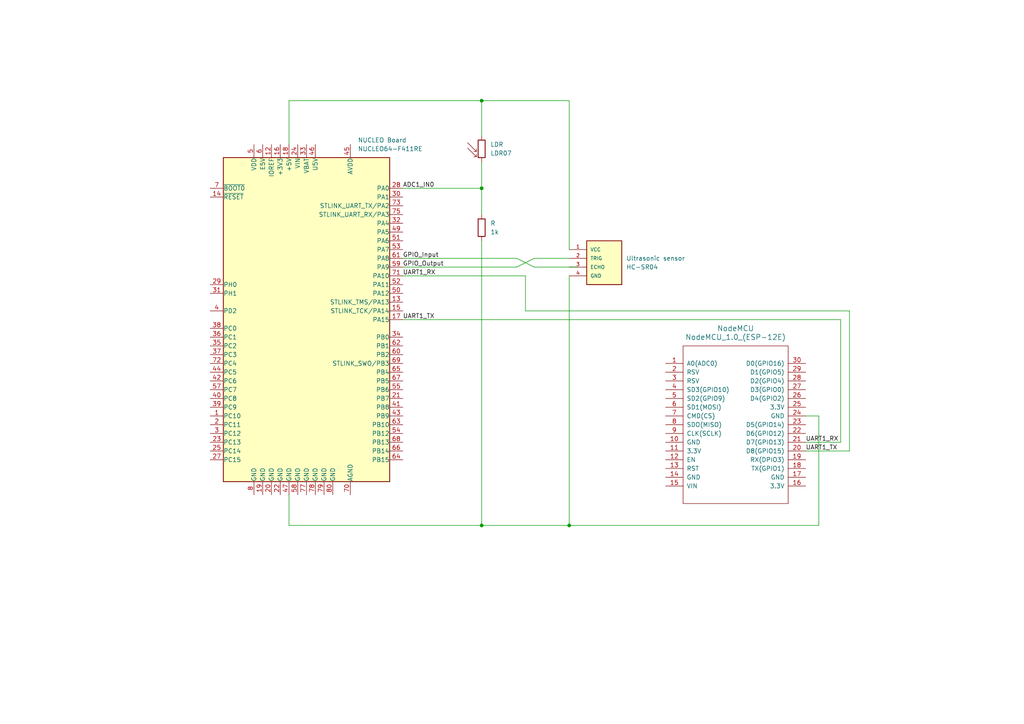
<source format=kicad_sch>
(kicad_sch
	(version 20231120)
	(generator "eeschema")
	(generator_version "8.0")
	(uuid "44350add-2061-4bb9-ad00-a5808baefdd2")
	(paper "A4")
	(title_block
		(title "Embedded Final Project")
		(date "2024-05-25")
	)
	(lib_symbols
		(symbol "Device:R"
			(pin_numbers hide)
			(pin_names
				(offset 0)
			)
			(exclude_from_sim no)
			(in_bom yes)
			(on_board yes)
			(property "Reference" "R"
				(at 2.032 0 90)
				(effects
					(font
						(size 1.27 1.27)
					)
				)
			)
			(property "Value" "R"
				(at 0 0 90)
				(effects
					(font
						(size 1.27 1.27)
					)
				)
			)
			(property "Footprint" ""
				(at -1.778 0 90)
				(effects
					(font
						(size 1.27 1.27)
					)
					(hide yes)
				)
			)
			(property "Datasheet" "~"
				(at 0 0 0)
				(effects
					(font
						(size 1.27 1.27)
					)
					(hide yes)
				)
			)
			(property "Description" "Resistor"
				(at 0 0 0)
				(effects
					(font
						(size 1.27 1.27)
					)
					(hide yes)
				)
			)
			(property "ki_keywords" "R res resistor"
				(at 0 0 0)
				(effects
					(font
						(size 1.27 1.27)
					)
					(hide yes)
				)
			)
			(property "ki_fp_filters" "R_*"
				(at 0 0 0)
				(effects
					(font
						(size 1.27 1.27)
					)
					(hide yes)
				)
			)
			(symbol "R_0_1"
				(rectangle
					(start -1.016 -2.54)
					(end 1.016 2.54)
					(stroke
						(width 0.254)
						(type default)
					)
					(fill
						(type none)
					)
				)
			)
			(symbol "R_1_1"
				(pin passive line
					(at 0 3.81 270)
					(length 1.27)
					(name "~"
						(effects
							(font
								(size 1.27 1.27)
							)
						)
					)
					(number "1"
						(effects
							(font
								(size 1.27 1.27)
							)
						)
					)
				)
				(pin passive line
					(at 0 -3.81 90)
					(length 1.27)
					(name "~"
						(effects
							(font
								(size 1.27 1.27)
							)
						)
					)
					(number "2"
						(effects
							(font
								(size 1.27 1.27)
							)
						)
					)
				)
			)
		)
		(symbol "ESP8266:NodeMCU_1.0_(ESP-12E)"
			(pin_names
				(offset 1.016)
			)
			(exclude_from_sim no)
			(in_bom yes)
			(on_board yes)
			(property "Reference" "U"
				(at 0 21.59 0)
				(effects
					(font
						(size 1.524 1.524)
					)
				)
			)
			(property "Value" "NodeMCU_1.0_(ESP-12E)"
				(at 0 -21.59 0)
				(effects
					(font
						(size 1.524 1.524)
					)
				)
			)
			(property "Footprint" ""
				(at -15.24 -21.59 0)
				(effects
					(font
						(size 1.524 1.524)
					)
				)
			)
			(property "Datasheet" ""
				(at -15.24 -21.59 0)
				(effects
					(font
						(size 1.524 1.524)
					)
				)
			)
			(property "Description" ""
				(at 0 0 0)
				(effects
					(font
						(size 1.27 1.27)
					)
					(hide yes)
				)
			)
			(symbol "NodeMCU_1.0_(ESP-12E)_0_1"
				(rectangle
					(start -15.24 -22.86)
					(end 15.24 22.86)
					(stroke
						(width 0)
						(type solid)
					)
					(fill
						(type none)
					)
				)
			)
			(symbol "NodeMCU_1.0_(ESP-12E)_1_1"
				(pin input line
					(at -20.32 17.78 0)
					(length 5.08)
					(name "A0(ADC0)"
						(effects
							(font
								(size 1.27 1.27)
							)
						)
					)
					(number "1"
						(effects
							(font
								(size 1.27 1.27)
							)
						)
					)
				)
				(pin input line
					(at -20.32 -5.08 0)
					(length 5.08)
					(name "GND"
						(effects
							(font
								(size 1.27 1.27)
							)
						)
					)
					(number "10"
						(effects
							(font
								(size 1.27 1.27)
							)
						)
					)
				)
				(pin power_out line
					(at -20.32 -7.62 0)
					(length 5.08)
					(name "3.3V"
						(effects
							(font
								(size 1.27 1.27)
							)
						)
					)
					(number "11"
						(effects
							(font
								(size 1.27 1.27)
							)
						)
					)
				)
				(pin input line
					(at -20.32 -10.16 0)
					(length 5.08)
					(name "EN"
						(effects
							(font
								(size 1.27 1.27)
							)
						)
					)
					(number "12"
						(effects
							(font
								(size 1.27 1.27)
							)
						)
					)
				)
				(pin input line
					(at -20.32 -12.7 0)
					(length 5.08)
					(name "RST"
						(effects
							(font
								(size 1.27 1.27)
							)
						)
					)
					(number "13"
						(effects
							(font
								(size 1.27 1.27)
							)
						)
					)
				)
				(pin power_in line
					(at -20.32 -15.24 0)
					(length 5.08)
					(name "GND"
						(effects
							(font
								(size 1.27 1.27)
							)
						)
					)
					(number "14"
						(effects
							(font
								(size 1.27 1.27)
							)
						)
					)
				)
				(pin power_in line
					(at -20.32 -17.78 0)
					(length 5.08)
					(name "VIN"
						(effects
							(font
								(size 1.27 1.27)
							)
						)
					)
					(number "15"
						(effects
							(font
								(size 1.27 1.27)
							)
						)
					)
				)
				(pin power_out line
					(at 20.32 -17.78 180)
					(length 5.08)
					(name "3.3V"
						(effects
							(font
								(size 1.27 1.27)
							)
						)
					)
					(number "16"
						(effects
							(font
								(size 1.27 1.27)
							)
						)
					)
				)
				(pin power_in line
					(at 20.32 -15.24 180)
					(length 5.08)
					(name "GND"
						(effects
							(font
								(size 1.27 1.27)
							)
						)
					)
					(number "17"
						(effects
							(font
								(size 1.27 1.27)
							)
						)
					)
				)
				(pin bidirectional line
					(at 20.32 -12.7 180)
					(length 5.08)
					(name "TX(GPIO1)"
						(effects
							(font
								(size 1.27 1.27)
							)
						)
					)
					(number "18"
						(effects
							(font
								(size 1.27 1.27)
							)
						)
					)
				)
				(pin bidirectional line
					(at 20.32 -10.16 180)
					(length 5.08)
					(name "RX(DPIO3)"
						(effects
							(font
								(size 1.27 1.27)
							)
						)
					)
					(number "19"
						(effects
							(font
								(size 1.27 1.27)
							)
						)
					)
				)
				(pin input line
					(at -20.32 15.24 0)
					(length 5.08)
					(name "RSV"
						(effects
							(font
								(size 1.27 1.27)
							)
						)
					)
					(number "2"
						(effects
							(font
								(size 1.27 1.27)
							)
						)
					)
				)
				(pin bidirectional line
					(at 20.32 -7.62 180)
					(length 5.08)
					(name "D8(GPIO15)"
						(effects
							(font
								(size 1.27 1.27)
							)
						)
					)
					(number "20"
						(effects
							(font
								(size 1.27 1.27)
							)
						)
					)
				)
				(pin bidirectional line
					(at 20.32 -5.08 180)
					(length 5.08)
					(name "D7(GPIO13)"
						(effects
							(font
								(size 1.27 1.27)
							)
						)
					)
					(number "21"
						(effects
							(font
								(size 1.27 1.27)
							)
						)
					)
				)
				(pin bidirectional line
					(at 20.32 -2.54 180)
					(length 5.08)
					(name "D6(GPIO12)"
						(effects
							(font
								(size 1.27 1.27)
							)
						)
					)
					(number "22"
						(effects
							(font
								(size 1.27 1.27)
							)
						)
					)
				)
				(pin bidirectional line
					(at 20.32 0 180)
					(length 5.08)
					(name "D5(GPIO14)"
						(effects
							(font
								(size 1.27 1.27)
							)
						)
					)
					(number "23"
						(effects
							(font
								(size 1.27 1.27)
							)
						)
					)
				)
				(pin power_in line
					(at 20.32 2.54 180)
					(length 5.08)
					(name "GND"
						(effects
							(font
								(size 1.27 1.27)
							)
						)
					)
					(number "24"
						(effects
							(font
								(size 1.27 1.27)
							)
						)
					)
				)
				(pin power_out line
					(at 20.32 5.08 180)
					(length 5.08)
					(name "3.3V"
						(effects
							(font
								(size 1.27 1.27)
							)
						)
					)
					(number "25"
						(effects
							(font
								(size 1.27 1.27)
							)
						)
					)
				)
				(pin bidirectional line
					(at 20.32 7.62 180)
					(length 5.08)
					(name "D4(GPIO2)"
						(effects
							(font
								(size 1.27 1.27)
							)
						)
					)
					(number "26"
						(effects
							(font
								(size 1.27 1.27)
							)
						)
					)
				)
				(pin bidirectional line
					(at 20.32 10.16 180)
					(length 5.08)
					(name "D3(GPIO0)"
						(effects
							(font
								(size 1.27 1.27)
							)
						)
					)
					(number "27"
						(effects
							(font
								(size 1.27 1.27)
							)
						)
					)
				)
				(pin bidirectional line
					(at 20.32 12.7 180)
					(length 5.08)
					(name "D2(GPIO4)"
						(effects
							(font
								(size 1.27 1.27)
							)
						)
					)
					(number "28"
						(effects
							(font
								(size 1.27 1.27)
							)
						)
					)
				)
				(pin bidirectional line
					(at 20.32 15.24 180)
					(length 5.08)
					(name "D1(GPIO5)"
						(effects
							(font
								(size 1.27 1.27)
							)
						)
					)
					(number "29"
						(effects
							(font
								(size 1.27 1.27)
							)
						)
					)
				)
				(pin input line
					(at -20.32 12.7 0)
					(length 5.08)
					(name "RSV"
						(effects
							(font
								(size 1.27 1.27)
							)
						)
					)
					(number "3"
						(effects
							(font
								(size 1.27 1.27)
							)
						)
					)
				)
				(pin bidirectional line
					(at 20.32 17.78 180)
					(length 5.08)
					(name "D0(GPIO16)"
						(effects
							(font
								(size 1.27 1.27)
							)
						)
					)
					(number "30"
						(effects
							(font
								(size 1.27 1.27)
							)
						)
					)
				)
				(pin bidirectional line
					(at -20.32 10.16 0)
					(length 5.08)
					(name "SD3(GPIO10)"
						(effects
							(font
								(size 1.27 1.27)
							)
						)
					)
					(number "4"
						(effects
							(font
								(size 1.27 1.27)
							)
						)
					)
				)
				(pin bidirectional line
					(at -20.32 7.62 0)
					(length 5.08)
					(name "SD2(GPIO9)"
						(effects
							(font
								(size 1.27 1.27)
							)
						)
					)
					(number "5"
						(effects
							(font
								(size 1.27 1.27)
							)
						)
					)
				)
				(pin bidirectional line
					(at -20.32 5.08 0)
					(length 5.08)
					(name "SD1(MOSI)"
						(effects
							(font
								(size 1.27 1.27)
							)
						)
					)
					(number "6"
						(effects
							(font
								(size 1.27 1.27)
							)
						)
					)
				)
				(pin bidirectional line
					(at -20.32 2.54 0)
					(length 5.08)
					(name "CMD(CS)"
						(effects
							(font
								(size 1.27 1.27)
							)
						)
					)
					(number "7"
						(effects
							(font
								(size 1.27 1.27)
							)
						)
					)
				)
				(pin bidirectional line
					(at -20.32 0 0)
					(length 5.08)
					(name "SDO(MISO)"
						(effects
							(font
								(size 1.27 1.27)
							)
						)
					)
					(number "8"
						(effects
							(font
								(size 1.27 1.27)
							)
						)
					)
				)
				(pin bidirectional line
					(at -20.32 -2.54 0)
					(length 5.08)
					(name "CLK(SCLK)"
						(effects
							(font
								(size 1.27 1.27)
							)
						)
					)
					(number "9"
						(effects
							(font
								(size 1.27 1.27)
							)
						)
					)
				)
			)
		)
		(symbol "HC-SR04:HC-SR04"
			(pin_names
				(offset 1.016)
			)
			(exclude_from_sim no)
			(in_bom yes)
			(on_board yes)
			(property "Reference" "U"
				(at 0 5.0813 0)
				(effects
					(font
						(size 1.27 1.27)
					)
					(justify left bottom)
				)
			)
			(property "Value" "HC-SR04"
				(at 0 -10.163 0)
				(effects
					(font
						(size 1.27 1.27)
					)
					(justify left bottom)
				)
			)
			(property "Footprint" "HC-SR04:XCVR_HC-SR04"
				(at 0 0 0)
				(effects
					(font
						(size 1.27 1.27)
					)
					(justify bottom)
					(hide yes)
				)
			)
			(property "Datasheet" ""
				(at 0 0 0)
				(effects
					(font
						(size 1.27 1.27)
					)
					(hide yes)
				)
			)
			(property "Description" ""
				(at 0 0 0)
				(effects
					(font
						(size 1.27 1.27)
					)
					(hide yes)
				)
			)
			(property "MF" "SparkFun Electronics"
				(at 0 0 0)
				(effects
					(font
						(size 1.27 1.27)
					)
					(justify bottom)
					(hide yes)
				)
			)
			(property "Description_1" "\nHC-SR04 Ultrasonic Sensor Qwiic Platform Evaluation Expansion Board\n"
				(at 0 0 0)
				(effects
					(font
						(size 1.27 1.27)
					)
					(justify bottom)
					(hide yes)
				)
			)
			(property "Package" "None"
				(at 0 0 0)
				(effects
					(font
						(size 1.27 1.27)
					)
					(justify bottom)
					(hide yes)
				)
			)
			(property "Price" "None"
				(at 0 0 0)
				(effects
					(font
						(size 1.27 1.27)
					)
					(justify bottom)
					(hide yes)
				)
			)
			(property "Check_prices" "https://www.snapeda.com/parts/HC-SR04/SparkFun+Electronics/view-part/?ref=eda"
				(at 0 0 0)
				(effects
					(font
						(size 1.27 1.27)
					)
					(justify bottom)
					(hide yes)
				)
			)
			(property "SnapEDA_Link" "https://www.snapeda.com/parts/HC-SR04/SparkFun+Electronics/view-part/?ref=snap"
				(at 0 0 0)
				(effects
					(font
						(size 1.27 1.27)
					)
					(justify bottom)
					(hide yes)
				)
			)
			(property "MP" "HC-SR04"
				(at 0 0 0)
				(effects
					(font
						(size 1.27 1.27)
					)
					(justify bottom)
					(hide yes)
				)
			)
			(property "Availability" "Not in stock"
				(at 0 0 0)
				(effects
					(font
						(size 1.27 1.27)
					)
					(justify bottom)
					(hide yes)
				)
			)
			(property "MANUFACTURER" "Osepp"
				(at 0 0 0)
				(effects
					(font
						(size 1.27 1.27)
					)
					(justify bottom)
					(hide yes)
				)
			)
			(symbol "HC-SR04_0_0"
				(rectangle
					(start 0 -7.62)
					(end 10.16 5.08)
					(stroke
						(width 0.254)
						(type default)
					)
					(fill
						(type background)
					)
				)
				(pin power_in line
					(at -5.08 2.54 0)
					(length 5.08)
					(name "VCC"
						(effects
							(font
								(size 1.016 1.016)
							)
						)
					)
					(number "1"
						(effects
							(font
								(size 1.016 1.016)
							)
						)
					)
				)
				(pin bidirectional line
					(at -5.08 0 0)
					(length 5.08)
					(name "TRIG"
						(effects
							(font
								(size 1.016 1.016)
							)
						)
					)
					(number "2"
						(effects
							(font
								(size 1.016 1.016)
							)
						)
					)
				)
				(pin bidirectional line
					(at -5.08 -2.54 0)
					(length 5.08)
					(name "ECHO"
						(effects
							(font
								(size 1.016 1.016)
							)
						)
					)
					(number "3"
						(effects
							(font
								(size 1.016 1.016)
							)
						)
					)
				)
				(pin power_in line
					(at -5.08 -5.08 0)
					(length 5.08)
					(name "GND"
						(effects
							(font
								(size 1.016 1.016)
							)
						)
					)
					(number "4"
						(effects
							(font
								(size 1.016 1.016)
							)
						)
					)
				)
			)
		)
		(symbol "NUCLEO:NUCLEO64-F411RE"
			(pin_names
				(offset 0.0254)
			)
			(exclude_from_sim no)
			(in_bom yes)
			(on_board yes)
			(property "Reference" "U"
				(at -17.78 50.165 0)
				(effects
					(font
						(size 1.27 1.27)
					)
					(justify right)
				)
			)
			(property "Value" "NUCLEO64-F411RE"
				(at -17.78 48.26 0)
				(effects
					(font
						(size 1.27 1.27)
					)
					(justify right)
				)
			)
			(property "Footprint" "Module:ST_Morpho_Connector_144_STLink"
				(at 13.97 -48.26 0)
				(effects
					(font
						(size 1.27 1.27)
					)
					(justify left)
					(hide yes)
				)
			)
			(property "Datasheet" ""
				(at -22.86 -35.56 0)
				(effects
					(font
						(size 1.27 1.27)
					)
					(hide yes)
				)
			)
			(property "Description" ""
				(at 0 0 0)
				(effects
					(font
						(size 1.27 1.27)
					)
					(hide yes)
				)
			)
			(property "ki_fp_filters" "ST*Morpho*Connector*144*STLink*"
				(at 0 0 0)
				(effects
					(font
						(size 1.27 1.27)
					)
					(hide yes)
				)
			)
			(symbol "NUCLEO64-F411RE_0_1"
				(rectangle
					(start -24.13 -46.99)
					(end 24.13 46.99)
					(stroke
						(width 0.254)
						(type solid)
					)
					(fill
						(type background)
					)
				)
			)
			(symbol "NUCLEO64-F411RE_1_1"
				(pin bidirectional line
					(at -27.94 -27.94 0)
					(length 3.81)
					(name "PC10"
						(effects
							(font
								(size 1.27 1.27)
							)
						)
					)
					(number "1"
						(effects
							(font
								(size 1.27 1.27)
							)
						)
					)
				)
				(pin no_connect line
					(at -27.94 20.32 0)
					(length 3.81) hide
					(name "NC"
						(effects
							(font
								(size 1.27 1.27)
							)
						)
					)
					(number "10"
						(effects
							(font
								(size 1.27 1.27)
							)
						)
					)
				)
				(pin no_connect line
					(at -27.94 15.24 0)
					(length 3.81) hide
					(name "NC"
						(effects
							(font
								(size 1.27 1.27)
							)
						)
					)
					(number "11"
						(effects
							(font
								(size 1.27 1.27)
							)
						)
					)
				)
				(pin power_in line
					(at -10.16 50.8 270)
					(length 3.81)
					(name "IOREF"
						(effects
							(font
								(size 1.27 1.27)
							)
						)
					)
					(number "12"
						(effects
							(font
								(size 1.27 1.27)
							)
						)
					)
				)
				(pin bidirectional line
					(at 27.94 5.08 180)
					(length 3.81)
					(name "STLINK_TMS/PA13"
						(effects
							(font
								(size 1.27 1.27)
							)
						)
					)
					(number "13"
						(effects
							(font
								(size 1.27 1.27)
							)
						)
					)
				)
				(pin input line
					(at -27.94 35.56 0)
					(length 3.81)
					(name "~{RESET}"
						(effects
							(font
								(size 1.27 1.27)
							)
						)
					)
					(number "14"
						(effects
							(font
								(size 1.27 1.27)
							)
						)
					)
				)
				(pin bidirectional line
					(at 27.94 2.54 180)
					(length 3.81)
					(name "STLINK_TCK/PA14"
						(effects
							(font
								(size 1.27 1.27)
							)
						)
					)
					(number "15"
						(effects
							(font
								(size 1.27 1.27)
							)
						)
					)
				)
				(pin power_in line
					(at -7.62 50.8 270)
					(length 3.81)
					(name "+3V3"
						(effects
							(font
								(size 1.27 1.27)
							)
						)
					)
					(number "16"
						(effects
							(font
								(size 1.27 1.27)
							)
						)
					)
				)
				(pin bidirectional line
					(at 27.94 0 180)
					(length 3.81)
					(name "PA15"
						(effects
							(font
								(size 1.27 1.27)
							)
						)
					)
					(number "17"
						(effects
							(font
								(size 1.27 1.27)
							)
						)
					)
				)
				(pin power_in line
					(at -5.08 50.8 270)
					(length 3.81)
					(name "+5V"
						(effects
							(font
								(size 1.27 1.27)
							)
						)
					)
					(number "18"
						(effects
							(font
								(size 1.27 1.27)
							)
						)
					)
				)
				(pin power_in line
					(at -12.7 -50.8 90)
					(length 3.81)
					(name "GND"
						(effects
							(font
								(size 1.27 1.27)
							)
						)
					)
					(number "19"
						(effects
							(font
								(size 1.27 1.27)
							)
						)
					)
				)
				(pin bidirectional line
					(at -27.94 -30.48 0)
					(length 3.81)
					(name "PC11"
						(effects
							(font
								(size 1.27 1.27)
							)
						)
					)
					(number "2"
						(effects
							(font
								(size 1.27 1.27)
							)
						)
					)
				)
				(pin power_in line
					(at -10.16 -50.8 90)
					(length 3.81)
					(name "GND"
						(effects
							(font
								(size 1.27 1.27)
							)
						)
					)
					(number "20"
						(effects
							(font
								(size 1.27 1.27)
							)
						)
					)
				)
				(pin bidirectional line
					(at 27.94 -22.86 180)
					(length 3.81)
					(name "PB7"
						(effects
							(font
								(size 1.27 1.27)
							)
						)
					)
					(number "21"
						(effects
							(font
								(size 1.27 1.27)
							)
						)
					)
				)
				(pin power_in line
					(at -7.62 -50.8 90)
					(length 3.81)
					(name "GND"
						(effects
							(font
								(size 1.27 1.27)
							)
						)
					)
					(number "22"
						(effects
							(font
								(size 1.27 1.27)
							)
						)
					)
				)
				(pin bidirectional line
					(at -27.94 -35.56 0)
					(length 3.81)
					(name "PC13"
						(effects
							(font
								(size 1.27 1.27)
							)
						)
					)
					(number "23"
						(effects
							(font
								(size 1.27 1.27)
							)
						)
					)
				)
				(pin power_in line
					(at -2.54 50.8 270)
					(length 3.81)
					(name "VIN"
						(effects
							(font
								(size 1.27 1.27)
							)
						)
					)
					(number "24"
						(effects
							(font
								(size 1.27 1.27)
							)
						)
					)
				)
				(pin bidirectional line
					(at -27.94 -38.1 0)
					(length 3.81)
					(name "PC14"
						(effects
							(font
								(size 1.27 1.27)
							)
						)
					)
					(number "25"
						(effects
							(font
								(size 1.27 1.27)
							)
						)
					)
				)
				(pin no_connect line
					(at -27.94 22.86 0)
					(length 3.81) hide
					(name "NC"
						(effects
							(font
								(size 1.27 1.27)
							)
						)
					)
					(number "26"
						(effects
							(font
								(size 1.27 1.27)
							)
						)
					)
				)
				(pin bidirectional line
					(at -27.94 -40.64 0)
					(length 3.81)
					(name "PC15"
						(effects
							(font
								(size 1.27 1.27)
							)
						)
					)
					(number "27"
						(effects
							(font
								(size 1.27 1.27)
							)
						)
					)
				)
				(pin bidirectional line
					(at 27.94 38.1 180)
					(length 3.81)
					(name "PA0"
						(effects
							(font
								(size 1.27 1.27)
							)
						)
					)
					(number "28"
						(effects
							(font
								(size 1.27 1.27)
							)
						)
					)
				)
				(pin bidirectional line
					(at -27.94 10.16 0)
					(length 3.81)
					(name "PH0"
						(effects
							(font
								(size 1.27 1.27)
							)
						)
					)
					(number "29"
						(effects
							(font
								(size 1.27 1.27)
							)
						)
					)
				)
				(pin bidirectional line
					(at -27.94 -33.02 0)
					(length 3.81)
					(name "PC12"
						(effects
							(font
								(size 1.27 1.27)
							)
						)
					)
					(number "3"
						(effects
							(font
								(size 1.27 1.27)
							)
						)
					)
				)
				(pin bidirectional line
					(at 27.94 35.56 180)
					(length 3.81)
					(name "PA1"
						(effects
							(font
								(size 1.27 1.27)
							)
						)
					)
					(number "30"
						(effects
							(font
								(size 1.27 1.27)
							)
						)
					)
				)
				(pin bidirectional line
					(at -27.94 7.62 0)
					(length 3.81)
					(name "PH1"
						(effects
							(font
								(size 1.27 1.27)
							)
						)
					)
					(number "31"
						(effects
							(font
								(size 1.27 1.27)
							)
						)
					)
				)
				(pin bidirectional line
					(at 27.94 27.94 180)
					(length 3.81)
					(name "PA4"
						(effects
							(font
								(size 1.27 1.27)
							)
						)
					)
					(number "32"
						(effects
							(font
								(size 1.27 1.27)
							)
						)
					)
				)
				(pin power_in line
					(at 0 50.8 270)
					(length 3.81)
					(name "VBAT"
						(effects
							(font
								(size 1.27 1.27)
							)
						)
					)
					(number "33"
						(effects
							(font
								(size 1.27 1.27)
							)
						)
					)
				)
				(pin bidirectional line
					(at 27.94 -5.08 180)
					(length 3.81)
					(name "PB0"
						(effects
							(font
								(size 1.27 1.27)
							)
						)
					)
					(number "34"
						(effects
							(font
								(size 1.27 1.27)
							)
						)
					)
				)
				(pin bidirectional line
					(at -27.94 -7.62 0)
					(length 3.81)
					(name "PC2"
						(effects
							(font
								(size 1.27 1.27)
							)
						)
					)
					(number "35"
						(effects
							(font
								(size 1.27 1.27)
							)
						)
					)
				)
				(pin bidirectional line
					(at -27.94 -5.08 0)
					(length 3.81)
					(name "PC1"
						(effects
							(font
								(size 1.27 1.27)
							)
						)
					)
					(number "36"
						(effects
							(font
								(size 1.27 1.27)
							)
						)
					)
				)
				(pin bidirectional line
					(at -27.94 -10.16 0)
					(length 3.81)
					(name "PC3"
						(effects
							(font
								(size 1.27 1.27)
							)
						)
					)
					(number "37"
						(effects
							(font
								(size 1.27 1.27)
							)
						)
					)
				)
				(pin bidirectional line
					(at -27.94 -2.54 0)
					(length 3.81)
					(name "PC0"
						(effects
							(font
								(size 1.27 1.27)
							)
						)
					)
					(number "38"
						(effects
							(font
								(size 1.27 1.27)
							)
						)
					)
				)
				(pin bidirectional line
					(at -27.94 -25.4 0)
					(length 3.81)
					(name "PC9"
						(effects
							(font
								(size 1.27 1.27)
							)
						)
					)
					(number "39"
						(effects
							(font
								(size 1.27 1.27)
							)
						)
					)
				)
				(pin bidirectional line
					(at -27.94 2.54 0)
					(length 3.81)
					(name "PD2"
						(effects
							(font
								(size 1.27 1.27)
							)
						)
					)
					(number "4"
						(effects
							(font
								(size 1.27 1.27)
							)
						)
					)
				)
				(pin bidirectional line
					(at -27.94 -22.86 0)
					(length 3.81)
					(name "PC8"
						(effects
							(font
								(size 1.27 1.27)
							)
						)
					)
					(number "40"
						(effects
							(font
								(size 1.27 1.27)
							)
						)
					)
				)
				(pin bidirectional line
					(at 27.94 -25.4 180)
					(length 3.81)
					(name "PB8"
						(effects
							(font
								(size 1.27 1.27)
							)
						)
					)
					(number "41"
						(effects
							(font
								(size 1.27 1.27)
							)
						)
					)
				)
				(pin bidirectional line
					(at -27.94 -17.78 0)
					(length 3.81)
					(name "PC6"
						(effects
							(font
								(size 1.27 1.27)
							)
						)
					)
					(number "42"
						(effects
							(font
								(size 1.27 1.27)
							)
						)
					)
				)
				(pin bidirectional line
					(at 27.94 -27.94 180)
					(length 3.81)
					(name "PB9"
						(effects
							(font
								(size 1.27 1.27)
							)
						)
					)
					(number "43"
						(effects
							(font
								(size 1.27 1.27)
							)
						)
					)
				)
				(pin bidirectional line
					(at -27.94 -15.24 0)
					(length 3.81)
					(name "PC5"
						(effects
							(font
								(size 1.27 1.27)
							)
						)
					)
					(number "44"
						(effects
							(font
								(size 1.27 1.27)
							)
						)
					)
				)
				(pin power_in line
					(at 12.7 50.8 270)
					(length 3.81)
					(name "AVDD"
						(effects
							(font
								(size 1.27 1.27)
							)
						)
					)
					(number "45"
						(effects
							(font
								(size 1.27 1.27)
							)
						)
					)
				)
				(pin power_in line
					(at 2.54 50.8 270)
					(length 3.81)
					(name "U5V"
						(effects
							(font
								(size 1.27 1.27)
							)
						)
					)
					(number "46"
						(effects
							(font
								(size 1.27 1.27)
							)
						)
					)
				)
				(pin power_in line
					(at -5.08 -50.8 90)
					(length 3.81)
					(name "GND"
						(effects
							(font
								(size 1.27 1.27)
							)
						)
					)
					(number "47"
						(effects
							(font
								(size 1.27 1.27)
							)
						)
					)
				)
				(pin no_connect line
					(at -27.94 25.4 0)
					(length 3.81) hide
					(name "NC"
						(effects
							(font
								(size 1.27 1.27)
							)
						)
					)
					(number "48"
						(effects
							(font
								(size 1.27 1.27)
							)
						)
					)
				)
				(pin bidirectional line
					(at 27.94 25.4 180)
					(length 3.81)
					(name "PA5"
						(effects
							(font
								(size 1.27 1.27)
							)
						)
					)
					(number "49"
						(effects
							(font
								(size 1.27 1.27)
							)
						)
					)
				)
				(pin power_in line
					(at -15.24 50.8 270)
					(length 3.81)
					(name "VDD"
						(effects
							(font
								(size 1.27 1.27)
							)
						)
					)
					(number "5"
						(effects
							(font
								(size 1.27 1.27)
							)
						)
					)
				)
				(pin bidirectional line
					(at 27.94 7.62 180)
					(length 3.81)
					(name "PA12"
						(effects
							(font
								(size 1.27 1.27)
							)
						)
					)
					(number "50"
						(effects
							(font
								(size 1.27 1.27)
							)
						)
					)
				)
				(pin bidirectional line
					(at 27.94 22.86 180)
					(length 3.81)
					(name "PA6"
						(effects
							(font
								(size 1.27 1.27)
							)
						)
					)
					(number "51"
						(effects
							(font
								(size 1.27 1.27)
							)
						)
					)
				)
				(pin bidirectional line
					(at 27.94 10.16 180)
					(length 3.81)
					(name "PA11"
						(effects
							(font
								(size 1.27 1.27)
							)
						)
					)
					(number "52"
						(effects
							(font
								(size 1.27 1.27)
							)
						)
					)
				)
				(pin bidirectional line
					(at 27.94 20.32 180)
					(length 3.81)
					(name "PA7"
						(effects
							(font
								(size 1.27 1.27)
							)
						)
					)
					(number "53"
						(effects
							(font
								(size 1.27 1.27)
							)
						)
					)
				)
				(pin bidirectional line
					(at 27.94 -33.02 180)
					(length 3.81)
					(name "PB12"
						(effects
							(font
								(size 1.27 1.27)
							)
						)
					)
					(number "54"
						(effects
							(font
								(size 1.27 1.27)
							)
						)
					)
				)
				(pin bidirectional line
					(at 27.94 -20.32 180)
					(length 3.81)
					(name "PB6"
						(effects
							(font
								(size 1.27 1.27)
							)
						)
					)
					(number "55"
						(effects
							(font
								(size 1.27 1.27)
							)
						)
					)
				)
				(pin no_connect line
					(at -27.94 33.02 0)
					(length 3.81) hide
					(name "NC"
						(effects
							(font
								(size 1.27 1.27)
							)
						)
					)
					(number "56"
						(effects
							(font
								(size 1.27 1.27)
							)
						)
					)
				)
				(pin bidirectional line
					(at -27.94 -20.32 0)
					(length 3.81)
					(name "PC7"
						(effects
							(font
								(size 1.27 1.27)
							)
						)
					)
					(number "57"
						(effects
							(font
								(size 1.27 1.27)
							)
						)
					)
				)
				(pin power_in line
					(at -2.54 -50.8 90)
					(length 3.81)
					(name "GND"
						(effects
							(font
								(size 1.27 1.27)
							)
						)
					)
					(number "58"
						(effects
							(font
								(size 1.27 1.27)
							)
						)
					)
				)
				(pin bidirectional line
					(at 27.94 15.24 180)
					(length 3.81)
					(name "PA9"
						(effects
							(font
								(size 1.27 1.27)
							)
						)
					)
					(number "59"
						(effects
							(font
								(size 1.27 1.27)
							)
						)
					)
				)
				(pin power_in line
					(at -12.7 50.8 270)
					(length 3.81)
					(name "E5V"
						(effects
							(font
								(size 1.27 1.27)
							)
						)
					)
					(number "6"
						(effects
							(font
								(size 1.27 1.27)
							)
						)
					)
				)
				(pin bidirectional line
					(at 27.94 -10.16 180)
					(length 3.81)
					(name "PB2"
						(effects
							(font
								(size 1.27 1.27)
							)
						)
					)
					(number "60"
						(effects
							(font
								(size 1.27 1.27)
							)
						)
					)
				)
				(pin bidirectional line
					(at 27.94 17.78 180)
					(length 3.81)
					(name "PA8"
						(effects
							(font
								(size 1.27 1.27)
							)
						)
					)
					(number "61"
						(effects
							(font
								(size 1.27 1.27)
							)
						)
					)
				)
				(pin bidirectional line
					(at 27.94 -7.62 180)
					(length 3.81)
					(name "PB1"
						(effects
							(font
								(size 1.27 1.27)
							)
						)
					)
					(number "62"
						(effects
							(font
								(size 1.27 1.27)
							)
						)
					)
				)
				(pin bidirectional line
					(at 27.94 -30.48 180)
					(length 3.81)
					(name "PB10"
						(effects
							(font
								(size 1.27 1.27)
							)
						)
					)
					(number "63"
						(effects
							(font
								(size 1.27 1.27)
							)
						)
					)
				)
				(pin bidirectional line
					(at 27.94 -40.64 180)
					(length 3.81)
					(name "PB15"
						(effects
							(font
								(size 1.27 1.27)
							)
						)
					)
					(number "64"
						(effects
							(font
								(size 1.27 1.27)
							)
						)
					)
				)
				(pin bidirectional line
					(at 27.94 -15.24 180)
					(length 3.81)
					(name "PB4"
						(effects
							(font
								(size 1.27 1.27)
							)
						)
					)
					(number "65"
						(effects
							(font
								(size 1.27 1.27)
							)
						)
					)
				)
				(pin bidirectional line
					(at 27.94 -38.1 180)
					(length 3.81)
					(name "PB14"
						(effects
							(font
								(size 1.27 1.27)
							)
						)
					)
					(number "66"
						(effects
							(font
								(size 1.27 1.27)
							)
						)
					)
				)
				(pin bidirectional line
					(at 27.94 -17.78 180)
					(length 3.81)
					(name "PB5"
						(effects
							(font
								(size 1.27 1.27)
							)
						)
					)
					(number "67"
						(effects
							(font
								(size 1.27 1.27)
							)
						)
					)
				)
				(pin bidirectional line
					(at 27.94 -35.56 180)
					(length 3.81)
					(name "PB13"
						(effects
							(font
								(size 1.27 1.27)
							)
						)
					)
					(number "68"
						(effects
							(font
								(size 1.27 1.27)
							)
						)
					)
				)
				(pin bidirectional line
					(at 27.94 -12.7 180)
					(length 3.81)
					(name "STLINK_SWO/PB3"
						(effects
							(font
								(size 1.27 1.27)
							)
						)
					)
					(number "69"
						(effects
							(font
								(size 1.27 1.27)
							)
						)
					)
				)
				(pin input line
					(at -27.94 38.1 0)
					(length 3.81)
					(name "~{BOOT0}"
						(effects
							(font
								(size 1.27 1.27)
							)
						)
					)
					(number "7"
						(effects
							(font
								(size 1.27 1.27)
							)
						)
					)
				)
				(pin power_in line
					(at 12.7 -50.8 90)
					(length 3.81)
					(name "AGND"
						(effects
							(font
								(size 1.27 1.27)
							)
						)
					)
					(number "70"
						(effects
							(font
								(size 1.27 1.27)
							)
						)
					)
				)
				(pin bidirectional line
					(at 27.94 12.7 180)
					(length 3.81)
					(name "PA10"
						(effects
							(font
								(size 1.27 1.27)
							)
						)
					)
					(number "71"
						(effects
							(font
								(size 1.27 1.27)
							)
						)
					)
				)
				(pin bidirectional line
					(at -27.94 -12.7 0)
					(length 3.81)
					(name "PC4"
						(effects
							(font
								(size 1.27 1.27)
							)
						)
					)
					(number "72"
						(effects
							(font
								(size 1.27 1.27)
							)
						)
					)
				)
				(pin bidirectional line
					(at 27.94 33.02 180)
					(length 3.81)
					(name "STLINK_UART_TX/PA2"
						(effects
							(font
								(size 1.27 1.27)
							)
						)
					)
					(number "73"
						(effects
							(font
								(size 1.27 1.27)
							)
						)
					)
				)
				(pin no_connect line
					(at -27.94 30.48 0)
					(length 3.81) hide
					(name "NC"
						(effects
							(font
								(size 1.27 1.27)
							)
						)
					)
					(number "74"
						(effects
							(font
								(size 1.27 1.27)
							)
						)
					)
				)
				(pin bidirectional line
					(at 27.94 30.48 180)
					(length 3.81)
					(name "STLINK_UART_RX/PA3"
						(effects
							(font
								(size 1.27 1.27)
							)
						)
					)
					(number "75"
						(effects
							(font
								(size 1.27 1.27)
							)
						)
					)
				)
				(pin no_connect line
					(at -27.94 27.94 0)
					(length 3.81) hide
					(name "NC"
						(effects
							(font
								(size 1.27 1.27)
							)
						)
					)
					(number "76"
						(effects
							(font
								(size 1.27 1.27)
							)
						)
					)
				)
				(pin power_in line
					(at 0 -50.8 90)
					(length 3.81)
					(name "GND"
						(effects
							(font
								(size 1.27 1.27)
							)
						)
					)
					(number "77"
						(effects
							(font
								(size 1.27 1.27)
							)
						)
					)
				)
				(pin power_in line
					(at 2.54 -50.8 90)
					(length 3.81)
					(name "GND"
						(effects
							(font
								(size 1.27 1.27)
							)
						)
					)
					(number "78"
						(effects
							(font
								(size 1.27 1.27)
							)
						)
					)
				)
				(pin power_in line
					(at 5.08 -50.8 90)
					(length 3.81)
					(name "GND"
						(effects
							(font
								(size 1.27 1.27)
							)
						)
					)
					(number "79"
						(effects
							(font
								(size 1.27 1.27)
							)
						)
					)
				)
				(pin power_in line
					(at -15.24 -50.8 90)
					(length 3.81)
					(name "GND"
						(effects
							(font
								(size 1.27 1.27)
							)
						)
					)
					(number "8"
						(effects
							(font
								(size 1.27 1.27)
							)
						)
					)
				)
				(pin power_in line
					(at 7.62 -50.8 90)
					(length 3.81)
					(name "GND"
						(effects
							(font
								(size 1.27 1.27)
							)
						)
					)
					(number "80"
						(effects
							(font
								(size 1.27 1.27)
							)
						)
					)
				)
				(pin no_connect line
					(at -27.94 17.78 0)
					(length 3.81) hide
					(name "NC"
						(effects
							(font
								(size 1.27 1.27)
							)
						)
					)
					(number "9"
						(effects
							(font
								(size 1.27 1.27)
							)
						)
					)
				)
			)
		)
		(symbol "Sensor_Optical:LDR07"
			(pin_numbers hide)
			(pin_names
				(offset 0)
			)
			(exclude_from_sim no)
			(in_bom yes)
			(on_board yes)
			(property "Reference" "R"
				(at -5.08 0 90)
				(effects
					(font
						(size 1.27 1.27)
					)
				)
			)
			(property "Value" "LDR07"
				(at 1.905 0 90)
				(effects
					(font
						(size 1.27 1.27)
					)
					(justify top)
				)
			)
			(property "Footprint" "OptoDevice:R_LDR_5.1x4.3mm_P3.4mm_Vertical"
				(at 4.445 0 90)
				(effects
					(font
						(size 1.27 1.27)
					)
					(hide yes)
				)
			)
			(property "Datasheet" "http://www.tme.eu/de/Document/f2e3ad76a925811312d226c31da4cd7e/LDR07.pdf"
				(at 0 -1.27 0)
				(effects
					(font
						(size 1.27 1.27)
					)
					(hide yes)
				)
			)
			(property "Description" "light dependent resistor"
				(at 0 0 0)
				(effects
					(font
						(size 1.27 1.27)
					)
					(hide yes)
				)
			)
			(property "ki_keywords" "light dependent photo resistor LDR"
				(at 0 0 0)
				(effects
					(font
						(size 1.27 1.27)
					)
					(hide yes)
				)
			)
			(property "ki_fp_filters" "R*LDR*5.1x4.3mm*P3.4mm*"
				(at 0 0 0)
				(effects
					(font
						(size 1.27 1.27)
					)
					(hide yes)
				)
			)
			(symbol "LDR07_0_1"
				(rectangle
					(start -1.016 2.54)
					(end 1.016 -2.54)
					(stroke
						(width 0.254)
						(type default)
					)
					(fill
						(type none)
					)
				)
				(polyline
					(pts
						(xy -1.524 -2.286) (xy -4.064 0.254)
					)
					(stroke
						(width 0)
						(type default)
					)
					(fill
						(type none)
					)
				)
				(polyline
					(pts
						(xy -1.524 -2.286) (xy -2.286 -2.286)
					)
					(stroke
						(width 0)
						(type default)
					)
					(fill
						(type none)
					)
				)
				(polyline
					(pts
						(xy -1.524 -2.286) (xy -1.524 -1.524)
					)
					(stroke
						(width 0)
						(type default)
					)
					(fill
						(type none)
					)
				)
				(polyline
					(pts
						(xy -1.524 -0.762) (xy -4.064 1.778)
					)
					(stroke
						(width 0)
						(type default)
					)
					(fill
						(type none)
					)
				)
				(polyline
					(pts
						(xy -1.524 -0.762) (xy -2.286 -0.762)
					)
					(stroke
						(width 0)
						(type default)
					)
					(fill
						(type none)
					)
				)
				(polyline
					(pts
						(xy -1.524 -0.762) (xy -1.524 0)
					)
					(stroke
						(width 0)
						(type default)
					)
					(fill
						(type none)
					)
				)
			)
			(symbol "LDR07_1_1"
				(pin passive line
					(at 0 3.81 270)
					(length 1.27)
					(name "~"
						(effects
							(font
								(size 1.27 1.27)
							)
						)
					)
					(number "1"
						(effects
							(font
								(size 1.27 1.27)
							)
						)
					)
				)
				(pin passive line
					(at 0 -3.81 90)
					(length 1.27)
					(name "~"
						(effects
							(font
								(size 1.27 1.27)
							)
						)
					)
					(number "2"
						(effects
							(font
								(size 1.27 1.27)
							)
						)
					)
				)
			)
		)
	)
	(junction
		(at 139.7 152.4)
		(diameter 0)
		(color 0 0 0 0)
		(uuid "115702f7-3689-488f-bd6a-f54a23ed79dd")
	)
	(junction
		(at 165.1 152.4)
		(diameter 0)
		(color 0 0 0 0)
		(uuid "388ec798-9c48-4218-9a29-f6f73f94b08d")
	)
	(junction
		(at 139.7 29.21)
		(diameter 0)
		(color 0 0 0 0)
		(uuid "3b492571-9fbe-44d4-b1d6-53a658336aa8")
	)
	(junction
		(at 139.7 54.61)
		(diameter 0)
		(color 0 0 0 0)
		(uuid "a80a9d9f-db9c-4a5c-b912-a497e84cb2a4")
	)
	(wire
		(pts
			(xy 83.82 29.21) (xy 83.82 41.91)
		)
		(stroke
			(width 0)
			(type default)
		)
		(uuid "05f7e40a-756a-4608-91e6-781fb10b9820")
	)
	(wire
		(pts
			(xy 139.7 29.21) (xy 139.7 39.37)
		)
		(stroke
			(width 0)
			(type default)
		)
		(uuid "062fa80f-2d18-4580-934a-5fa96aefda8b")
	)
	(wire
		(pts
			(xy 243.84 92.71) (xy 116.84 92.71)
		)
		(stroke
			(width 0)
			(type default)
		)
		(uuid "0f3f35d9-d2aa-40ce-87c9-fbecbaab4a23")
	)
	(wire
		(pts
			(xy 139.7 54.61) (xy 139.7 62.23)
		)
		(stroke
			(width 0)
			(type default)
		)
		(uuid "12e28533-f4e7-4cd7-8a86-d3c58eee6064")
	)
	(wire
		(pts
			(xy 116.84 54.61) (xy 139.7 54.61)
		)
		(stroke
			(width 0)
			(type default)
		)
		(uuid "1ed8fd6a-38a5-423c-a2d1-33cb704807d0")
	)
	(wire
		(pts
			(xy 154.94 74.93) (xy 165.1 74.93)
		)
		(stroke
			(width 0)
			(type default)
		)
		(uuid "284ea3d3-2f09-4fc6-9b7e-d392c1f7d348")
	)
	(wire
		(pts
			(xy 237.49 120.65) (xy 237.49 152.4)
		)
		(stroke
			(width 0)
			(type default)
		)
		(uuid "2e71193b-aec8-404e-bf01-6a2eb42a7e34")
	)
	(wire
		(pts
			(xy 243.84 128.27) (xy 233.68 128.27)
		)
		(stroke
			(width 0)
			(type default)
		)
		(uuid "4a37bc0a-c754-4eea-84db-bedd5e0fa773")
	)
	(wire
		(pts
			(xy 154.94 77.47) (xy 167.64 77.47)
		)
		(stroke
			(width 0)
			(type default)
		)
		(uuid "52b7a003-453f-40cd-a1c8-9e34f00e425d")
	)
	(wire
		(pts
			(xy 165.1 29.21) (xy 165.1 72.39)
		)
		(stroke
			(width 0)
			(type default)
		)
		(uuid "5eb94166-7b61-44ed-b909-edd01d84ae5c")
	)
	(wire
		(pts
			(xy 139.7 29.21) (xy 165.1 29.21)
		)
		(stroke
			(width 0)
			(type default)
		)
		(uuid "77127553-075e-4260-abbd-8b1fb5970151")
	)
	(wire
		(pts
			(xy 116.84 77.47) (xy 149.86 77.47)
		)
		(stroke
			(width 0)
			(type default)
		)
		(uuid "772932a2-0848-4ea5-a35b-79c486130615")
	)
	(wire
		(pts
			(xy 139.7 46.99) (xy 139.7 54.61)
		)
		(stroke
			(width 0)
			(type default)
		)
		(uuid "98f8657f-fa3d-4289-a1fb-daedf124741d")
	)
	(wire
		(pts
			(xy 243.84 92.71) (xy 243.84 128.27)
		)
		(stroke
			(width 0)
			(type default)
		)
		(uuid "9ab99aa7-8421-4977-974a-457982e5b07b")
	)
	(wire
		(pts
			(xy 149.86 74.93) (xy 116.84 74.93)
		)
		(stroke
			(width 0)
			(type default)
		)
		(uuid "9c490815-ef07-4a08-90c8-4a17ca97718e")
	)
	(wire
		(pts
			(xy 154.94 77.47) (xy 149.86 74.93)
		)
		(stroke
			(width 0)
			(type default)
		)
		(uuid "9d808d4c-b46c-44e1-9c22-ac4c902f485e")
	)
	(wire
		(pts
			(xy 139.7 69.85) (xy 139.7 152.4)
		)
		(stroke
			(width 0)
			(type default)
		)
		(uuid "9ee79841-9ae7-47ed-856a-e7b41349a3f2")
	)
	(wire
		(pts
			(xy 152.4 80.01) (xy 152.4 90.17)
		)
		(stroke
			(width 0)
			(type default)
		)
		(uuid "b163d583-4d6d-4f0c-a419-5e4385cd5006")
	)
	(wire
		(pts
			(xy 233.68 130.81) (xy 246.38 130.81)
		)
		(stroke
			(width 0)
			(type default)
		)
		(uuid "b74d250d-4dca-400a-a79f-cbcf11679b84")
	)
	(wire
		(pts
			(xy 116.84 80.01) (xy 152.4 80.01)
		)
		(stroke
			(width 0)
			(type default)
		)
		(uuid "ba2ae8ee-53bd-4f9c-b793-689f40729ca8")
	)
	(wire
		(pts
			(xy 246.38 130.81) (xy 246.38 90.17)
		)
		(stroke
			(width 0)
			(type default)
		)
		(uuid "c078be63-2b31-4210-b0a1-0fcabce85048")
	)
	(wire
		(pts
			(xy 233.68 120.65) (xy 237.49 120.65)
		)
		(stroke
			(width 0)
			(type default)
		)
		(uuid "c0877817-a383-40fb-bd03-85de2ab1250b")
	)
	(wire
		(pts
			(xy 149.86 77.47) (xy 154.94 74.93)
		)
		(stroke
			(width 0)
			(type default)
		)
		(uuid "cad54851-64cb-43f0-9db5-1de9126ee604")
	)
	(wire
		(pts
			(xy 83.82 143.51) (xy 83.82 152.4)
		)
		(stroke
			(width 0)
			(type default)
		)
		(uuid "caf81067-30e2-4ce0-814e-d4702b034113")
	)
	(wire
		(pts
			(xy 165.1 80.01) (xy 165.1 152.4)
		)
		(stroke
			(width 0)
			(type default)
		)
		(uuid "cc753e3b-feb3-4a61-a24f-6364475fa052")
	)
	(wire
		(pts
			(xy 83.82 152.4) (xy 139.7 152.4)
		)
		(stroke
			(width 0)
			(type default)
		)
		(uuid "cddef198-7561-42af-93b2-007cb4defb92")
	)
	(wire
		(pts
			(xy 152.4 90.17) (xy 246.38 90.17)
		)
		(stroke
			(width 0)
			(type default)
		)
		(uuid "cef8376f-1094-4374-bff1-750a58590438")
	)
	(wire
		(pts
			(xy 165.1 152.4) (xy 237.49 152.4)
		)
		(stroke
			(width 0)
			(type default)
		)
		(uuid "dc2311df-bcf2-4560-8852-e86a967b3c97")
	)
	(wire
		(pts
			(xy 139.7 152.4) (xy 165.1 152.4)
		)
		(stroke
			(width 0)
			(type default)
		)
		(uuid "e4d94764-ba5e-4b61-bbba-d3d5f8a10a3d")
	)
	(wire
		(pts
			(xy 139.7 29.21) (xy 83.82 29.21)
		)
		(stroke
			(width 0)
			(type default)
		)
		(uuid "f98f2eb3-4a1a-4ce5-b17b-226a6af97044")
	)
	(label "UART1_TX"
		(at 233.68 130.81 0)
		(fields_autoplaced yes)
		(effects
			(font
				(size 1.27 1.27)
			)
			(justify left bottom)
		)
		(uuid "13db91af-bc62-4d16-9f5e-bff1159d812e")
	)
	(label "UART1_RX"
		(at 233.68 128.27 0)
		(fields_autoplaced yes)
		(effects
			(font
				(size 1.27 1.27)
			)
			(justify left bottom)
		)
		(uuid "2c424e4b-dcc3-438c-8a25-9894b88834a8")
	)
	(label "GPIO_Output"
		(at 116.84 77.47 0)
		(fields_autoplaced yes)
		(effects
			(font
				(size 1.27 1.27)
			)
			(justify left bottom)
		)
		(uuid "87d986d4-46c1-45a5-bd12-e8ef83c97d40")
	)
	(label "GPIO_Input"
		(at 116.84 74.93 0)
		(fields_autoplaced yes)
		(effects
			(font
				(size 1.27 1.27)
			)
			(justify left bottom)
		)
		(uuid "a46c00e3-a81e-466e-8672-deb32ded8e74")
	)
	(label "UART1_RX"
		(at 116.84 80.01 0)
		(fields_autoplaced yes)
		(effects
			(font
				(size 1.27 1.27)
			)
			(justify left bottom)
		)
		(uuid "d9fa1f34-7984-4755-a8b7-3fb95ea36678")
	)
	(label "ADC1_IN0"
		(at 116.84 54.61 0)
		(fields_autoplaced yes)
		(effects
			(font
				(size 1.27 1.27)
			)
			(justify left bottom)
		)
		(uuid "ddf0acf5-6552-4fee-958a-5d89eb557e4c")
	)
	(label "UART1_TX"
		(at 116.84 92.71 0)
		(fields_autoplaced yes)
		(effects
			(font
				(size 1.27 1.27)
			)
			(justify left bottom)
		)
		(uuid "f4ee388e-3a54-48df-8b84-3de1238abac7")
	)
	(symbol
		(lib_id "ESP8266:NodeMCU_1.0_(ESP-12E)")
		(at 213.36 123.19 0)
		(unit 1)
		(exclude_from_sim no)
		(in_bom yes)
		(on_board yes)
		(dnp no)
		(fields_autoplaced yes)
		(uuid "5100a619-bd2d-4a67-8c4b-aad94f0690ff")
		(property "Reference" "NodeMCU"
			(at 213.36 95.25 0)
			(effects
				(font
					(size 1.524 1.524)
				)
			)
		)
		(property "Value" "NodeMCU_1.0_(ESP-12E)"
			(at 213.36 97.79 0)
			(effects
				(font
					(size 1.524 1.524)
				)
			)
		)
		(property "Footprint" ""
			(at 198.12 144.78 0)
			(effects
				(font
					(size 1.524 1.524)
				)
			)
		)
		(property "Datasheet" ""
			(at 198.12 144.78 0)
			(effects
				(font
					(size 1.524 1.524)
				)
			)
		)
		(property "Description" ""
			(at 213.36 123.19 0)
			(effects
				(font
					(size 1.27 1.27)
				)
				(hide yes)
			)
		)
		(pin "2"
			(uuid "f543e55b-4bb7-4ee9-a178-318d8f1c4dae")
		)
		(pin "20"
			(uuid "4b5a2c94-d414-4dc0-af39-6f6cc49ccec5")
		)
		(pin "11"
			(uuid "1b6b253e-2c45-4771-9c1f-6f7f5d843658")
		)
		(pin "10"
			(uuid "f994c453-0493-4ff1-828d-268897b95e1a")
		)
		(pin "23"
			(uuid "74f2d615-5e31-4f94-87a4-0a52064aac39")
		)
		(pin "18"
			(uuid "ae86cfb2-7c69-4f54-8d53-ec29929031b9")
		)
		(pin "21"
			(uuid "af9f12df-5ffb-4eb0-84b8-aa9110a77b9d")
		)
		(pin "22"
			(uuid "a3f35eb8-061a-4ac0-9fbd-2880dafd6f14")
		)
		(pin "3"
			(uuid "1815c842-a7b4-4ca9-a6f5-f8e440f61dc4")
		)
		(pin "30"
			(uuid "6ebdbc0c-8213-47b6-856d-b19fa1f9f413")
		)
		(pin "14"
			(uuid "0961ec81-514c-46d3-b8e3-675d6ed523bb")
		)
		(pin "5"
			(uuid "09584bd8-cd12-4595-8b46-be03955f64a3")
		)
		(pin "8"
			(uuid "02c15b84-8ebe-491c-bdb3-8ff5141196ed")
		)
		(pin "1"
			(uuid "d2b1150d-dd9b-404f-953d-7a13d939153c")
		)
		(pin "16"
			(uuid "9037d3b3-a7d0-4b4a-9fe2-87f7a8a17141")
		)
		(pin "17"
			(uuid "78268736-bc38-4b82-b941-7e8c148a9a85")
		)
		(pin "28"
			(uuid "47cfa40a-5361-4f29-98ad-6a3884a0a6ae")
		)
		(pin "15"
			(uuid "618bb9f9-ded8-41cf-aef7-dcc9f1c64959")
		)
		(pin "24"
			(uuid "a791e20f-73df-438b-99d3-14cb1aa27f86")
		)
		(pin "12"
			(uuid "fdd89968-276f-4705-a986-1db51abf26e2")
		)
		(pin "19"
			(uuid "6360f72f-1b26-4829-adef-ac86ae9c7c96")
		)
		(pin "27"
			(uuid "0303b73d-78c3-42dd-8373-32465fdf0cd9")
		)
		(pin "6"
			(uuid "75837237-0c5f-434a-bd92-0397bf7f366a")
		)
		(pin "7"
			(uuid "0b241608-331e-4e4f-8087-e2cb69ec9c2a")
		)
		(pin "25"
			(uuid "3dc85c8c-284a-4ef7-af0b-d67c2bec4f00")
		)
		(pin "9"
			(uuid "594b71c4-63e1-40e2-b430-fa53d12f0a6e")
		)
		(pin "29"
			(uuid "75b731b8-6cb1-441e-b04f-f5265e059363")
		)
		(pin "4"
			(uuid "3ec658c4-1ed1-46ba-b526-9bb9907d963d")
		)
		(pin "26"
			(uuid "73524c80-564c-48cd-8e8f-2e07a243a81e")
		)
		(pin "13"
			(uuid "c55cdb56-8e2f-434e-ad5f-43e01c16595c")
		)
		(instances
			(project "Project"
				(path "/44350add-2061-4bb9-ad00-a5808baefdd2"
					(reference "NodeMCU")
					(unit 1)
				)
			)
		)
	)
	(symbol
		(lib_id "Sensor_Optical:LDR07")
		(at 139.7 43.18 0)
		(unit 1)
		(exclude_from_sim no)
		(in_bom yes)
		(on_board yes)
		(dnp no)
		(fields_autoplaced yes)
		(uuid "93e49a9b-115b-4bbd-a74b-58a7bfc40d6c")
		(property "Reference" "LDR"
			(at 142.24 41.9099 0)
			(effects
				(font
					(size 1.27 1.27)
				)
				(justify left)
			)
		)
		(property "Value" "LDR07"
			(at 142.24 44.4499 0)
			(effects
				(font
					(size 1.27 1.27)
				)
				(justify left)
			)
		)
		(property "Footprint" "OptoDevice:R_LDR_5.1x4.3mm_P3.4mm_Vertical"
			(at 144.145 43.18 90)
			(effects
				(font
					(size 1.27 1.27)
				)
				(hide yes)
			)
		)
		(property "Datasheet" "http://www.tme.eu/de/Document/f2e3ad76a925811312d226c31da4cd7e/LDR07.pdf"
			(at 139.7 44.45 0)
			(effects
				(font
					(size 1.27 1.27)
				)
				(hide yes)
			)
		)
		(property "Description" "light dependent resistor"
			(at 139.7 43.18 0)
			(effects
				(font
					(size 1.27 1.27)
				)
				(hide yes)
			)
		)
		(pin "1"
			(uuid "a5479d5c-363b-4189-8e9a-7bed59f015d8")
		)
		(pin "2"
			(uuid "37549cf5-b8d4-429e-b5fd-49c28e7f6b6e")
		)
		(instances
			(project "Project"
				(path "/44350add-2061-4bb9-ad00-a5808baefdd2"
					(reference "LDR")
					(unit 1)
				)
			)
		)
	)
	(symbol
		(lib_id "HC-SR04:HC-SR04")
		(at 170.18 74.93 0)
		(unit 1)
		(exclude_from_sim no)
		(in_bom yes)
		(on_board yes)
		(dnp no)
		(fields_autoplaced yes)
		(uuid "cd26e2b0-4edb-44df-8539-da2ab0bed0bc")
		(property "Reference" "Ultrasonic sensor"
			(at 181.61 74.9299 0)
			(effects
				(font
					(size 1.27 1.27)
				)
				(justify left)
			)
		)
		(property "Value" "HC-SR04"
			(at 181.61 77.4699 0)
			(effects
				(font
					(size 1.27 1.27)
				)
				(justify left)
			)
		)
		(property "Footprint" "HC-SR04:XCVR_HC-SR04"
			(at 170.18 74.93 0)
			(effects
				(font
					(size 1.27 1.27)
				)
				(justify bottom)
				(hide yes)
			)
		)
		(property "Datasheet" ""
			(at 170.18 74.93 0)
			(effects
				(font
					(size 1.27 1.27)
				)
				(hide yes)
			)
		)
		(property "Description" ""
			(at 170.18 74.93 0)
			(effects
				(font
					(size 1.27 1.27)
				)
				(hide yes)
			)
		)
		(property "MF" "SparkFun Electronics"
			(at 170.18 74.93 0)
			(effects
				(font
					(size 1.27 1.27)
				)
				(justify bottom)
				(hide yes)
			)
		)
		(property "Description_1" "\nHC-SR04 Ultrasonic Sensor Qwiic Platform Evaluation Expansion Board\n"
			(at 170.18 74.93 0)
			(effects
				(font
					(size 1.27 1.27)
				)
				(justify bottom)
				(hide yes)
			)
		)
		(property "Package" "None"
			(at 170.18 74.93 0)
			(effects
				(font
					(size 1.27 1.27)
				)
				(justify bottom)
				(hide yes)
			)
		)
		(property "Price" "None"
			(at 170.18 74.93 0)
			(effects
				(font
					(size 1.27 1.27)
				)
				(justify bottom)
				(hide yes)
			)
		)
		(property "Check_prices" "https://www.snapeda.com/parts/HC-SR04/SparkFun+Electronics/view-part/?ref=eda"
			(at 170.18 74.93 0)
			(effects
				(font
					(size 1.27 1.27)
				)
				(justify bottom)
				(hide yes)
			)
		)
		(property "SnapEDA_Link" "https://www.snapeda.com/parts/HC-SR04/SparkFun+Electronics/view-part/?ref=snap"
			(at 170.18 74.93 0)
			(effects
				(font
					(size 1.27 1.27)
				)
				(justify bottom)
				(hide yes)
			)
		)
		(property "MP" "HC-SR04"
			(at 170.18 74.93 0)
			(effects
				(font
					(size 1.27 1.27)
				)
				(justify bottom)
				(hide yes)
			)
		)
		(property "Availability" "Not in stock"
			(at 170.18 74.93 0)
			(effects
				(font
					(size 1.27 1.27)
				)
				(justify bottom)
				(hide yes)
			)
		)
		(property "MANUFACTURER" "Osepp"
			(at 170.18 74.93 0)
			(effects
				(font
					(size 1.27 1.27)
				)
				(justify bottom)
				(hide yes)
			)
		)
		(pin "3"
			(uuid "db943e27-c90c-4e01-a3d2-d0e5b3da02f0")
		)
		(pin "2"
			(uuid "dcf1b3eb-ce68-4e9b-a7a8-22fe7feb60f8")
		)
		(pin "4"
			(uuid "0f40050e-fede-4b47-aac5-d44f4f45070b")
		)
		(pin "1"
			(uuid "158b4f58-df81-407e-81b3-ba3809bc7cc1")
		)
		(instances
			(project "Project"
				(path "/44350add-2061-4bb9-ad00-a5808baefdd2"
					(reference "Ultrasonic sensor")
					(unit 1)
				)
			)
		)
	)
	(symbol
		(lib_id "Device:R")
		(at 139.7 66.04 0)
		(unit 1)
		(exclude_from_sim no)
		(in_bom yes)
		(on_board yes)
		(dnp no)
		(fields_autoplaced yes)
		(uuid "f326d8ac-1a92-43d3-b252-5ba743bbea0b")
		(property "Reference" "R"
			(at 142.24 64.7699 0)
			(effects
				(font
					(size 1.27 1.27)
				)
				(justify left)
			)
		)
		(property "Value" "1k"
			(at 142.24 67.3099 0)
			(effects
				(font
					(size 1.27 1.27)
				)
				(justify left)
			)
		)
		(property "Footprint" ""
			(at 137.922 66.04 90)
			(effects
				(font
					(size 1.27 1.27)
				)
				(hide yes)
			)
		)
		(property "Datasheet" "~"
			(at 139.7 66.04 0)
			(effects
				(font
					(size 1.27 1.27)
				)
				(hide yes)
			)
		)
		(property "Description" "Resistor"
			(at 139.7 66.04 0)
			(effects
				(font
					(size 1.27 1.27)
				)
				(hide yes)
			)
		)
		(pin "2"
			(uuid "2111baef-f02b-489a-a69c-7c07cc140d4b")
		)
		(pin "1"
			(uuid "3f103ed3-705c-4b6b-8e58-27ae121c4d10")
		)
		(instances
			(project "Project"
				(path "/44350add-2061-4bb9-ad00-a5808baefdd2"
					(reference "R")
					(unit 1)
				)
			)
		)
	)
	(symbol
		(lib_id "NUCLEO:NUCLEO64-F411RE")
		(at 88.9 92.71 0)
		(unit 1)
		(exclude_from_sim no)
		(in_bom yes)
		(on_board yes)
		(dnp no)
		(fields_autoplaced yes)
		(uuid "ff78a2cb-4d75-4939-bf7e-7d19d7e650ba")
		(property "Reference" "NUCLEO Board"
			(at 103.7941 40.64 0)
			(effects
				(font
					(size 1.27 1.27)
				)
				(justify left)
			)
		)
		(property "Value" "NUCLEO64-F411RE"
			(at 103.7941 43.18 0)
			(effects
				(font
					(size 1.27 1.27)
				)
				(justify left)
			)
		)
		(property "Footprint" "Module:ST_Morpho_Connector_144_STLink"
			(at 102.87 140.97 0)
			(effects
				(font
					(size 1.27 1.27)
				)
				(justify left)
				(hide yes)
			)
		)
		(property "Datasheet" ""
			(at 66.04 128.27 0)
			(effects
				(font
					(size 1.27 1.27)
				)
				(hide yes)
			)
		)
		(property "Description" ""
			(at 88.9 92.71 0)
			(effects
				(font
					(size 1.27 1.27)
				)
				(hide yes)
			)
		)
		(pin "46"
			(uuid "5c78b348-4172-4a97-ad85-1b512b96647e")
		)
		(pin "51"
			(uuid "8e7ea2b0-94ba-469f-bcd8-19103a96dbdc")
		)
		(pin "62"
			(uuid "86a7e8bc-0617-49ba-99bb-43b06f4f7b7a")
		)
		(pin "1"
			(uuid "9db5caa2-77b7-48ae-9637-2f8b18eb560c")
		)
		(pin "63"
			(uuid "8f851419-237a-421f-b12e-2b5eb41782ad")
		)
		(pin "66"
			(uuid "e15a79ee-10de-4676-ad48-c16255bab6a7")
		)
		(pin "19"
			(uuid "e8fd0553-57f2-4203-9553-4c185a817206")
		)
		(pin "16"
			(uuid "956f1b94-ad11-455c-91d5-79db68393ad0")
		)
		(pin "24"
			(uuid "e3c5e8ec-e03d-44d5-954f-5a92a6aac20c")
		)
		(pin "30"
			(uuid "6711c0fe-2bba-46a9-a553-cebd20f5f561")
		)
		(pin "37"
			(uuid "224c58d9-98ae-4ea0-92a8-d2b525955c90")
		)
		(pin "38"
			(uuid "fecdae8a-d143-4380-8845-fed12671d1d6")
		)
		(pin "52"
			(uuid "effab8de-4c86-4a8d-9535-7c1e6eeb59cf")
		)
		(pin "53"
			(uuid "fe743d4f-7f34-4c07-be07-49bce84c011c")
		)
		(pin "36"
			(uuid "706bc197-1073-45f6-bf41-2bc20e6a011d")
		)
		(pin "35"
			(uuid "0e247f92-fbfe-45fc-a11d-97a2cdcdbfb1")
		)
		(pin "29"
			(uuid "3cd2f632-3289-4172-a73f-f9af45974241")
		)
		(pin "10"
			(uuid "863dd132-654f-4b2c-9dc0-dc1498f60d75")
		)
		(pin "34"
			(uuid "da97af3b-f79b-4f15-96a4-8a8b5379a019")
		)
		(pin "26"
			(uuid "d33aac3a-56c4-4c22-b6b8-d8d8864d67fe")
		)
		(pin "27"
			(uuid "5d513608-f160-4f8e-b8f3-51fd46e91ebf")
		)
		(pin "33"
			(uuid "570eb137-ff7d-4dbc-af71-79777a31b94e")
		)
		(pin "45"
			(uuid "6d8e98a6-e6ea-4dda-8171-36606f276373")
		)
		(pin "49"
			(uuid "4ee6d8c6-332a-4b53-97af-1f51cc1f5191")
		)
		(pin "44"
			(uuid "00cff1f6-cf4b-4df1-a39b-dbb08eafc11e")
		)
		(pin "3"
			(uuid "0aeeebbf-0e67-477c-b135-1b957c85a11d")
		)
		(pin "48"
			(uuid "30d2d107-6c53-4b4c-8c95-4025626096c3")
		)
		(pin "5"
			(uuid "205aea27-8407-4cfb-a682-75a3a393c577")
		)
		(pin "15"
			(uuid "0252cc8e-dc39-4637-b23f-f4f940beeca7")
		)
		(pin "40"
			(uuid "bace0d77-02ae-42a1-baaf-5335c76d01d7")
		)
		(pin "54"
			(uuid "e53665d2-0cdd-4ccd-9014-537aa606f660")
		)
		(pin "32"
			(uuid "fd60b0d6-a7e8-4fdc-9a6a-862e440bc3ca")
		)
		(pin "55"
			(uuid "fb374556-1492-44de-81e1-57c87bff3bf5")
		)
		(pin "11"
			(uuid "95442bd0-9040-4854-8b75-7c5ffb180965")
		)
		(pin "43"
			(uuid "702b7a16-ddfc-4e0a-8d0c-60ed7ae540be")
		)
		(pin "2"
			(uuid "80c64887-884a-4764-9b34-b1e0693e521d")
		)
		(pin "18"
			(uuid "6a1f8d45-a739-48d7-835c-58b15ffc76ab")
		)
		(pin "41"
			(uuid "1c98c30f-6b2d-465f-8837-a0bc0c16a283")
		)
		(pin "56"
			(uuid "bff75405-f6d5-4ec3-9b8b-c15b1da67080")
		)
		(pin "59"
			(uuid "decaf7ab-7c62-430e-a063-e90ba4bb16a1")
		)
		(pin "6"
			(uuid "db49781d-277a-4a76-80e3-0d9d38937b28")
		)
		(pin "13"
			(uuid "ec2acb96-272a-452c-b1bd-77ad79e42891")
		)
		(pin "25"
			(uuid "078d0618-7ae8-4ad1-b62a-b58af7c5a42a")
		)
		(pin "20"
			(uuid "7e47c5c0-0cfc-47c5-8fa5-473bbf8cd63e")
		)
		(pin "60"
			(uuid "c1bb016a-0e8a-4b91-b3c2-39fa6cf5cd10")
		)
		(pin "61"
			(uuid "5a63e942-639c-4948-8542-6246526b08a3")
		)
		(pin "64"
			(uuid "43a2de3e-283f-4f46-b9e8-3cc85fdfb445")
		)
		(pin "17"
			(uuid "a415bf97-3dc2-4cb8-a15d-ce643da92add")
		)
		(pin "14"
			(uuid "ecdaf763-bb50-4ced-807e-a0aa8d1f4d03")
		)
		(pin "31"
			(uuid "90488c4b-169f-465d-850b-57ed00dec973")
		)
		(pin "65"
			(uuid "a92831ef-bf4b-4239-92db-beb1b5033132")
		)
		(pin "50"
			(uuid "cdad03cd-7473-4465-9d0c-1b5b09dc8884")
		)
		(pin "67"
			(uuid "0b9211b2-5599-4e6f-8090-b5aafaa29693")
		)
		(pin "12"
			(uuid "7fa9b302-be70-4587-af4c-b7f1acf21e6f")
		)
		(pin "21"
			(uuid "f24a0aa1-f223-442a-9a69-b364e8a7e269")
		)
		(pin "23"
			(uuid "d218adba-5e73-43ed-9638-64c39ef6e05a")
		)
		(pin "39"
			(uuid "9f991e72-07d8-45b3-8983-401d1d36a077")
		)
		(pin "42"
			(uuid "e6ea7f7d-b124-437b-bda1-ef223f8e7579")
		)
		(pin "57"
			(uuid "39488c3a-e3d6-4231-a22c-c66ff63bd9b1")
		)
		(pin "58"
			(uuid "7342300d-482e-4ebd-9c1a-62ca7861e0b9")
		)
		(pin "22"
			(uuid "e6b799c6-8e14-467d-a23c-dc34e7db2bb8")
		)
		(pin "28"
			(uuid "86f46649-006d-4da2-923a-b5609577b9e4")
		)
		(pin "47"
			(uuid "8a95142d-90b0-4a6c-b3b3-ea0d58113e1c")
		)
		(pin "4"
			(uuid "755ac263-6722-4065-bd15-c87db0bfa126")
		)
		(pin "8"
			(uuid "1507f979-6454-4403-94ab-db50025ac364")
		)
		(pin "72"
			(uuid "1d709522-2492-4430-87f5-63f201469220")
		)
		(pin "75"
			(uuid "fc5dc288-4edc-4647-9a16-7e3676ca438b")
		)
		(pin "70"
			(uuid "7e0943d9-acb1-49d8-a7a6-fcb6957eba6a")
		)
		(pin "71"
			(uuid "0caeddd4-fde3-44f2-a7a1-c5213c36c72f")
		)
		(pin "76"
			(uuid "905ae122-71fd-4f74-ae0c-db91ef4ebf13")
		)
		(pin "74"
			(uuid "9224e888-587d-4088-a142-49ee2a09e440")
		)
		(pin "68"
			(uuid "1180894f-e851-4193-b624-9d7c820ea291")
		)
		(pin "78"
			(uuid "32a3d91e-59d1-4372-8142-58d0f67a77bb")
		)
		(pin "69"
			(uuid "dddbe295-01e6-4331-861c-b9956b352d8b")
		)
		(pin "80"
			(uuid "035b42a4-5699-482e-b6e2-6d5d029a282b")
		)
		(pin "9"
			(uuid "b4fff28a-255c-488b-b229-57df13e82f78")
		)
		(pin "77"
			(uuid "dcfc339b-33fd-4d2d-88bf-c75b610bcc78")
		)
		(pin "79"
			(uuid "f722e092-9405-4a6c-a1f4-7ee86676aa6c")
		)
		(pin "73"
			(uuid "bf794bae-8008-42a8-a2c5-9a3ebff69318")
		)
		(pin "7"
			(uuid "451acc76-25df-4d0c-b915-61386d069b97")
		)
		(instances
			(project "Project"
				(path "/44350add-2061-4bb9-ad00-a5808baefdd2"
					(reference "NUCLEO Board")
					(unit 1)
				)
			)
		)
	)
	(sheet_instances
		(path "/"
			(page "1")
		)
	)
)

</source>
